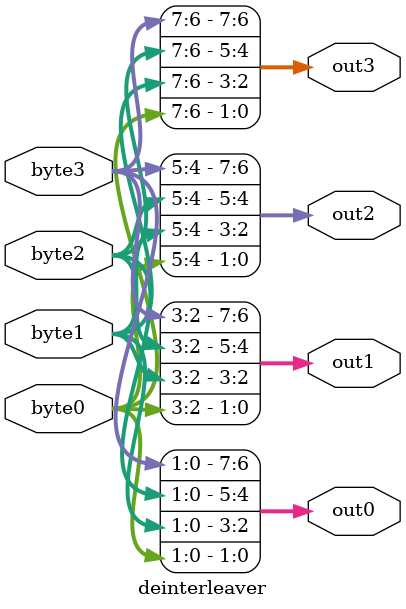
<source format=v>
module main(
	input  [7:0] byte0,
	input  [7:0] byte1,
	input  [7:0] byte2,
	input  [7:0] byte3,
	output [7:0] out0,
	output [7:0] out1,
	output [7:0] out2,
	output [7:0] out3
	);
	
	assign out0 = { byte3[1], byte3[0], byte2[1], byte2[0], byte1[1], byte1[0], byte0[1], byte0[0] };
	assign out1 = { byte3[3], byte3[2], byte2[3], byte2[2], byte1[3], byte1[2], byte0[3], byte0[2] };
	assign out2 = { byte3[5], byte3[4], byte2[5], byte2[4], byte1[5], byte1[4], byte0[5], byte0[4] };
	assign out3 = { byte3[7], byte3[6], byte2[7], byte2[6], byte1[7], byte1[6], byte0[7], byte0[6] };

endmodule

// Note they are the same!
module deinterleaver(
	input  [7:0] byte0,
	input  [7:0] byte1,
	input  [7:0] byte2,
	input  [7:0] byte3,
	output [7:0] out0,
	output [7:0] out1,
	output [7:0] out2,
	output [7:0] out3
	);
	
	assign out0 = { byte3[1], byte3[0], byte2[1], byte2[0], byte1[1], byte1[0], byte0[1], byte0[0] };
	assign out1 = { byte3[3], byte3[2], byte2[3], byte2[2], byte1[3], byte1[2], byte0[3], byte0[2] };
	assign out2 = { byte3[5], byte3[4], byte2[5], byte2[4], byte1[5], byte1[4], byte0[5], byte0[4] };
	assign out3 = { byte3[7], byte3[6], byte2[7], byte2[6], byte1[7], byte1[6], byte0[7], byte0[6] };

endmodule
</source>
